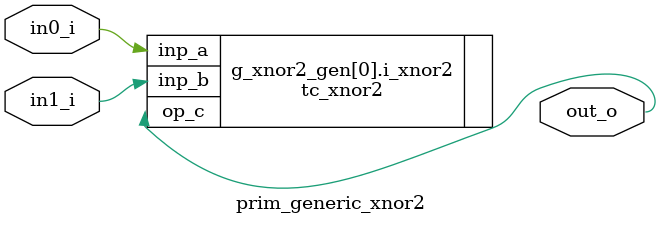
<source format=sv>

`include "prim_assert.sv"

module prim_generic_xnor2 #(
  parameter int Width = 1
) (
  input        [Width-1:0] in0_i,
  input        [Width-1:0] in1_i,
  output logic [Width-1:0] out_o
);

  // assign out_o = !(in0_i ^ in1_i);

  // Replacing with tech specific cell reference
  for (genvar i = 0; i < Width; i++) begin : g_xnor2_gen
    tc_xnor2 i_xnor2 (
      .inp_a(in0_i[i]),
      .inp_b(in1_i[i]),
      .op_c (out_o[i])
      );
  end

endmodule

</source>
